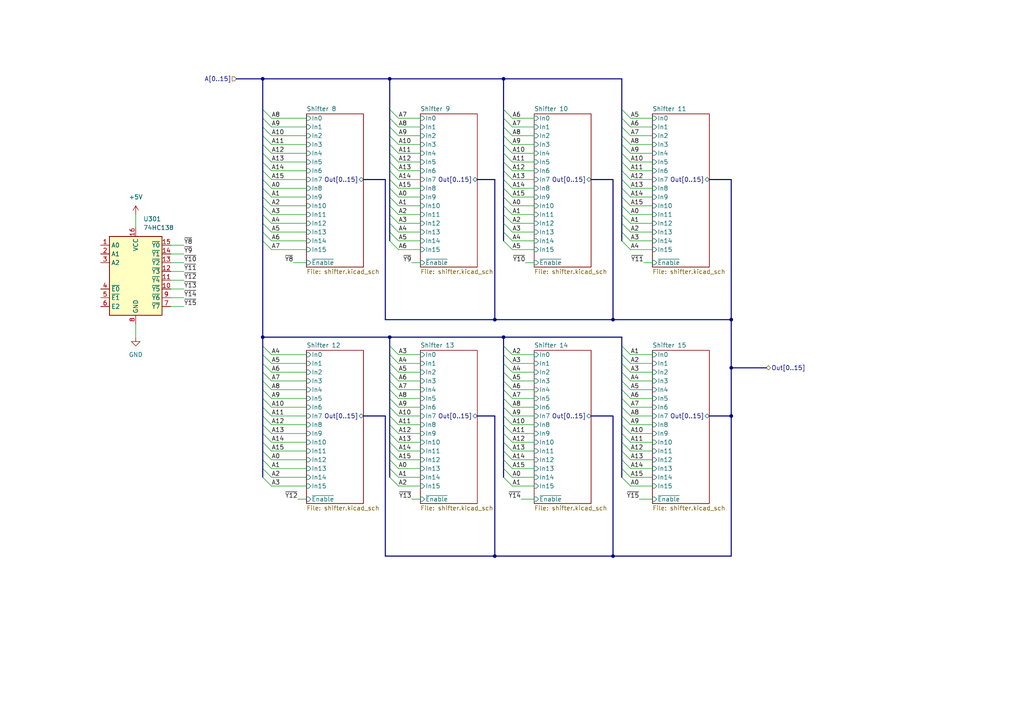
<source format=kicad_sch>
(kicad_sch (version 20231120) (generator "eeschema") (generator_version "8.0")
  (paper "A4")
  (lib_symbols
    (symbol "74xx:74HC138"
      (property "Reference" "U" (at -7.62 13.97 0))
      (property "Value" "74HC138" (at 2.54 -11.43 0))
      (symbol "74HC138_0_1"
        (rectangle (start -7.62 12.7) (end 7.62 -10.16) (stroke (width 0.254)) (fill (type background)))
      )
      (symbol "74HC138_1_1"
        (pin input line (at -10.16 10.16 0) (length 2.54) (name "A0") (number "1"))
        (pin output line (at 10.16 -2.54 180) (length 2.54) (name "~{Y5}") (number "10"))
        (pin output line (at 10.16 0 180) (length 2.54) (name "~{Y4}") (number "11"))
        (pin output line (at 10.16 2.54 180) (length 2.54) (name "~{Y3}") (number "12"))
        (pin output line (at 10.16 5.08 180) (length 2.54) (name "~{Y2}") (number "13"))
        (pin output line (at 10.16 7.62 180) (length 2.54) (name "~{Y1}") (number "14"))
        (pin output line (at 10.16 10.16 180) (length 2.54) (name "~{Y0}") (number "15"))
        (pin power_in line (at 0 15.24 270) (length 2.54) (name "VCC") (number "16"))
        (pin input line (at -10.16 7.62 0) (length 2.54) (name "A1") (number "2"))
        (pin input line (at -10.16 5.08 0) (length 2.54) (name "A2") (number "3"))
        (pin input line (at -10.16 -2.54 0) (length 2.54) (name "~{E0}") (number "4"))
        (pin input line (at -10.16 -5.08 0) (length 2.54) (name "~{E1}") (number "5"))
        (pin input line (at -10.16 -7.62 0) (length 2.54) (name "E2") (number "6"))
        (pin output line (at 10.16 -7.62 180) (length 2.54) (name "~{Y7}") (number "7"))
        (pin power_in line (at 0 -12.7 90) (length 2.54) (name "GND") (number "8"))
        (pin output line (at 10.16 -5.08 180) (length 2.54) (name "~{Y6}") (number "9"))
      )
    )
    (symbol "power:+5V" (power) (pin_numbers hide) (pin_names (offset 0) hide)
      (property "Value" "+5V" (at 0 3.556 0))
      (symbol "+5V_0_1"
        (polyline (pts (xy -0.762 1.27) (xy 0 2.54)))
        (polyline (pts (xy 0 0) (xy 0 2.54)))
        (polyline (pts (xy 0 2.54) (xy 0.762 1.27)))
      )
      (symbol "+5V_1_1"
        (pin power_in line (at 0 0 90) (length 0) (name "~") (number "1"))
      )
    )
    (symbol "power:GND" (power) (pin_numbers hide) (pin_names (offset 0) hide)
      (property "Value" "GND" (at 0 -3.81 0))
      (symbol "GND_0_1"
        (polyline (pts (xy 0 0) (xy 0 -1.27) (xy 1.27 -1.27) (xy 0 -2.54) (xy -1.27 -1.27) (xy 0 -1.27)))
      )
      (symbol "GND_1_1"
        (pin power_in line (at 0 0 270) (length 0) (name "~") (number "1"))
      )
    )
  )
  (junction (at 113.03 22.86))
  (junction (at 177.8 161.29))
  (junction (at 212.09 106.68))
  (junction (at 146.05 22.86))
  (junction (at 177.8 92.71))
  (junction (at 212.09 92.71))
  (junction (at 212.09 120.65))
  (junction (at 146.05 97.79))
  (junction (at 76.2 22.86))
  (junction (at 143.51 161.29))
  (junction (at 143.51 92.71))
  (junction (at 113.03 97.79))
  (junction (at 76.2 97.79))
  (bus_entry (at 146.05 138.43) (size 2.54 2.54))
  (bus_entry (at 180.34 138.43) (size 2.54 2.54))
  (bus_entry (at 180.34 41.91) (size 2.54 2.54))
  (bus_entry (at 113.03 128.27) (size 2.54 2.54))
  (bus_entry (at 146.05 102.87) (size 2.54 2.54))
  (bus_entry (at 113.03 34.29) (size 2.54 2.54))
  (bus_entry (at 146.05 107.95) (size 2.54 2.54))
  (bus_entry (at 180.34 123.19) (size 2.54 2.54))
  (bus_entry (at 113.03 54.61) (size 2.54 2.54))
  (bus_entry (at 76.2 105.41) (size 2.54 2.54))
  (bus_entry (at 146.05 115.57) (size 2.54 2.54))
  (bus_entry (at 180.34 113.03) (size 2.54 2.54))
  (bus_entry (at 113.03 135.89) (size 2.54 2.54))
  (bus_entry (at 180.34 115.57) (size 2.54 2.54))
  (bus_entry (at 76.2 44.45) (size 2.54 2.54))
  (bus_entry (at 146.05 36.83) (size 2.54 2.54))
  (bus_entry (at 113.03 138.43) (size 2.54 2.54))
  (bus_entry (at 180.34 100.33) (size 2.54 2.54))
  (bus_entry (at 113.03 113.03) (size 2.54 2.54))
  (bus_entry (at 76.2 49.53) (size 2.54 2.54))
  (bus_entry (at 76.2 31.75) (size 2.54 2.54))
  (bus_entry (at 76.2 52.07) (size 2.54 2.54))
  (bus_entry (at 180.34 57.15) (size 2.54 2.54))
  (bus_entry (at 180.34 52.07) (size 2.54 2.54))
  (bus_entry (at 180.34 107.95) (size 2.54 2.54))
  (bus_entry (at 180.34 105.41) (size 2.54 2.54))
  (bus_entry (at 76.2 62.23) (size 2.54 2.54))
  (bus_entry (at 76.2 100.33) (size 2.54 2.54))
  (bus_entry (at 113.03 36.83) (size 2.54 2.54))
  (bus_entry (at 146.05 123.19) (size 2.54 2.54))
  (bus_entry (at 146.05 113.03) (size 2.54 2.54))
  (bus_entry (at 113.03 133.35) (size 2.54 2.54))
  (bus_entry (at 180.34 130.81) (size 2.54 2.54))
  (bus_entry (at 113.03 62.23) (size 2.54 2.54))
  (bus_entry (at 76.2 123.19) (size 2.54 2.54))
  (bus_entry (at 180.34 39.37) (size 2.54 2.54))
  (bus_entry (at 76.2 46.99) (size 2.54 2.54))
  (bus_entry (at 113.03 67.31) (size 2.54 2.54))
  (bus_entry (at 113.03 123.19) (size 2.54 2.54))
  (bus_entry (at 76.2 118.11) (size 2.54 2.54))
  (bus_entry (at 76.2 107.95) (size 2.54 2.54))
  (bus_entry (at 113.03 44.45) (size 2.54 2.54))
  (bus_entry (at 146.05 128.27) (size 2.54 2.54))
  (bus_entry (at 180.34 49.53) (size 2.54 2.54))
  (bus_entry (at 76.2 69.85) (size 2.54 2.54))
  (bus_entry (at 180.34 36.83) (size 2.54 2.54))
  (bus_entry (at 76.2 133.35) (size 2.54 2.54))
  (bus_entry (at 113.03 120.65) (size 2.54 2.54))
  (bus_entry (at 113.03 130.81) (size 2.54 2.54))
  (bus_entry (at 146.05 105.41) (size 2.54 2.54))
  (bus_entry (at 76.2 115.57) (size 2.54 2.54))
  (bus_entry (at 113.03 69.85) (size 2.54 2.54))
  (bus_entry (at 76.2 57.15) (size 2.54 2.54))
  (bus_entry (at 146.05 125.73) (size 2.54 2.54))
  (bus_entry (at 76.2 128.27) (size 2.54 2.54))
  (bus_entry (at 76.2 120.65) (size 2.54 2.54))
  (bus_entry (at 180.34 102.87) (size 2.54 2.54))
  (bus_entry (at 76.2 125.73) (size 2.54 2.54))
  (bus_entry (at 146.05 57.15) (size 2.54 2.54))
  (bus_entry (at 76.2 138.43) (size 2.54 2.54))
  (bus_entry (at 180.34 133.35) (size 2.54 2.54))
  (bus_entry (at 113.03 115.57) (size 2.54 2.54))
  (bus_entry (at 76.2 34.29) (size 2.54 2.54))
  (bus_entry (at 113.03 64.77) (size 2.54 2.54))
  (bus_entry (at 146.05 100.33) (size 2.54 2.54))
  (bus_entry (at 76.2 54.61) (size 2.54 2.54))
  (bus_entry (at 180.34 34.29) (size 2.54 2.54))
  (bus_entry (at 146.05 120.65) (size 2.54 2.54))
  (bus_entry (at 180.34 120.65) (size 2.54 2.54))
  (bus_entry (at 113.03 59.69) (size 2.54 2.54))
  (bus_entry (at 146.05 46.99) (size 2.54 2.54))
  (bus_entry (at 146.05 130.81) (size 2.54 2.54))
  (bus_entry (at 146.05 67.31) (size 2.54 2.54))
  (bus_entry (at 76.2 110.49) (size 2.54 2.54))
  (bus_entry (at 180.34 67.31) (size 2.54 2.54))
  (bus_entry (at 113.03 39.37) (size 2.54 2.54))
  (bus_entry (at 146.05 44.45) (size 2.54 2.54))
  (bus_entry (at 180.34 125.73) (size 2.54 2.54))
  (bus_entry (at 76.2 59.69) (size 2.54 2.54))
  (bus_entry (at 146.05 49.53) (size 2.54 2.54))
  (bus_entry (at 76.2 135.89) (size 2.54 2.54))
  (bus_entry (at 146.05 135.89) (size 2.54 2.54))
  (bus_entry (at 113.03 31.75) (size 2.54 2.54))
  (bus_entry (at 113.03 52.07) (size 2.54 2.54))
  (bus_entry (at 180.34 59.69) (size 2.54 2.54))
  (bus_entry (at 113.03 107.95) (size 2.54 2.54))
  (bus_entry (at 180.34 64.77) (size 2.54 2.54))
  (bus_entry (at 113.03 110.49) (size 2.54 2.54))
  (bus_entry (at 180.34 110.49) (size 2.54 2.54))
  (bus_entry (at 180.34 62.23) (size 2.54 2.54))
  (bus_entry (at 113.03 102.87) (size 2.54 2.54))
  (bus_entry (at 146.05 62.23) (size 2.54 2.54))
  (bus_entry (at 180.34 69.85) (size 2.54 2.54))
  (bus_entry (at 146.05 52.07) (size 2.54 2.54))
  (bus_entry (at 180.34 135.89) (size 2.54 2.54))
  (bus_entry (at 180.34 54.61) (size 2.54 2.54))
  (bus_entry (at 113.03 100.33) (size 2.54 2.54))
  (bus_entry (at 76.2 102.87) (size 2.54 2.54))
  (bus_entry (at 180.34 118.11) (size 2.54 2.54))
  (bus_entry (at 146.05 64.77) (size 2.54 2.54))
  (bus_entry (at 76.2 41.91) (size 2.54 2.54))
  (bus_entry (at 76.2 64.77) (size 2.54 2.54))
  (bus_entry (at 113.03 41.91) (size 2.54 2.54))
  (bus_entry (at 76.2 36.83) (size 2.54 2.54))
  (bus_entry (at 146.05 31.75) (size 2.54 2.54))
  (bus_entry (at 76.2 39.37) (size 2.54 2.54))
  (bus_entry (at 180.34 31.75) (size 2.54 2.54))
  (bus_entry (at 146.05 39.37) (size 2.54 2.54))
  (bus_entry (at 76.2 113.03) (size 2.54 2.54))
  (bus_entry (at 76.2 130.81) (size 2.54 2.54))
  (bus_entry (at 146.05 110.49) (size 2.54 2.54))
  (bus_entry (at 113.03 105.41) (size 2.54 2.54))
  (bus_entry (at 76.2 67.31) (size 2.54 2.54))
  (bus_entry (at 146.05 133.35) (size 2.54 2.54))
  (bus_entry (at 113.03 49.53) (size 2.54 2.54))
  (bus_entry (at 146.05 41.91) (size 2.54 2.54))
  (bus_entry (at 113.03 118.11) (size 2.54 2.54))
  (bus_entry (at 146.05 59.69) (size 2.54 2.54))
  (bus_entry (at 146.05 118.11) (size 2.54 2.54))
  (bus_entry (at 180.34 44.45) (size 2.54 2.54))
  (bus_entry (at 113.03 46.99) (size 2.54 2.54))
  (bus_entry (at 180.34 46.99) (size 2.54 2.54))
  (bus_entry (at 146.05 34.29) (size 2.54 2.54))
  (bus_entry (at 113.03 125.73) (size 2.54 2.54))
  (bus_entry (at 113.03 57.15) (size 2.54 2.54))
  (bus_entry (at 180.34 128.27) (size 2.54 2.54))
  (bus_entry (at 146.05 69.85) (size 2.54 2.54))
  (bus_entry (at 146.05 54.61) (size 2.54 2.54))
  (bus (pts (xy 76.2 100.33) (xy 76.2 102.87)))
  (wire (pts (xy 148.59 140.97) (xy 154.94 140.97)))
  (wire (pts (xy 78.74 69.85) (xy 88.9 69.85)))
  (bus (pts (xy 111.76 161.29) (xy 143.51 161.29)))
  (wire (pts (xy 78.74 128.27) (xy 88.9 128.27)))
  (wire (pts (xy 115.57 54.61) (xy 121.92 54.61)))
  (wire (pts (xy 182.88 123.19) (xy 189.23 123.19)))
  (bus (pts (xy 76.2 102.87) (xy 76.2 105.41)))
  (bus (pts (xy 113.03 120.65) (xy 113.03 123.19)))
  (wire (pts (xy 78.74 123.19) (xy 88.9 123.19)))
  (wire (pts (xy 182.88 128.27) (xy 189.23 128.27)))
  (bus (pts (xy 146.05 128.27) (xy 146.05 130.81)))
  (bus (pts (xy 113.03 49.53) (xy 113.03 52.07)))
  (bus (pts (xy 146.05 44.45) (xy 146.05 46.99)))
  (bus (pts (xy 146.05 46.99) (xy 146.05 49.53)))
  (wire (pts (xy 49.53 71.12) (xy 53.34 71.12)))
  (wire (pts (xy 78.74 67.31) (xy 88.9 67.31)))
  (bus (pts (xy 76.2 135.89) (xy 76.2 138.43)))
  (bus (pts (xy 76.2 130.81) (xy 76.2 133.35)))
  (bus (pts (xy 111.76 120.65) (xy 111.76 161.29)))
  (bus (pts (xy 180.34 57.15) (xy 180.34 59.69)))
  (bus (pts (xy 76.2 49.53) (xy 76.2 52.07)))
  (wire (pts (xy 148.59 44.45) (xy 154.94 44.45)))
  (wire (pts (xy 182.88 72.39) (xy 189.23 72.39)))
  (bus (pts (xy 113.03 31.75) (xy 113.03 34.29)))
  (bus (pts (xy 113.03 36.83) (xy 113.03 39.37)))
  (wire (pts (xy 182.88 52.07) (xy 189.23 52.07)))
  (bus (pts (xy 180.34 115.57) (xy 180.34 118.11)))
  (bus (pts (xy 180.34 102.87) (xy 180.34 105.41)))
  (wire (pts (xy 115.57 41.91) (xy 121.92 41.91)))
  (bus (pts (xy 76.2 46.99) (xy 76.2 49.53)))
  (bus (pts (xy 212.09 106.68) (xy 212.09 120.65)))
  (wire (pts (xy 78.74 57.15) (xy 88.9 57.15)))
  (bus (pts (xy 146.05 102.87) (xy 146.05 105.41)))
  (wire (pts (xy 182.88 54.61) (xy 189.23 54.61)))
  (bus (pts (xy 113.03 67.31) (xy 113.03 69.85)))
  (bus (pts (xy 180.34 62.23) (xy 180.34 64.77)))
  (wire (pts (xy 115.57 110.49) (xy 121.92 110.49)))
  (bus (pts (xy 146.05 36.83) (xy 146.05 39.37)))
  (wire (pts (xy 148.59 128.27) (xy 154.94 128.27)))
  (bus (pts (xy 76.2 133.35) (xy 76.2 135.89)))
  (wire (pts (xy 49.53 81.28) (xy 53.34 81.28)))
  (bus (pts (xy 76.2 125.73) (xy 76.2 128.27)))
  (bus (pts (xy 113.03 54.61) (xy 113.03 57.15)))
  (wire (pts (xy 115.57 39.37) (xy 121.92 39.37)))
  (wire (pts (xy 115.57 118.11) (xy 121.92 118.11)))
  (bus (pts (xy 113.03 115.57) (xy 113.03 118.11)))
  (wire (pts (xy 148.59 113.03) (xy 154.94 113.03)))
  (bus (pts (xy 76.2 97.79) (xy 76.2 100.33)))
  (wire (pts (xy 78.74 39.37) (xy 88.9 39.37)))
  (wire (pts (xy 182.88 59.69) (xy 189.23 59.69)))
  (bus (pts (xy 111.76 52.07) (xy 111.76 92.71)))
  (bus (pts (xy 212.09 92.71) (xy 212.09 106.68)))
  (wire (pts (xy 78.74 49.53) (xy 88.9 49.53)))
  (bus (pts (xy 113.03 125.73) (xy 113.03 128.27)))
  (bus (pts (xy 212.09 161.29) (xy 212.09 120.65)))
  (wire (pts (xy 78.74 72.39) (xy 88.9 72.39)))
  (bus (pts (xy 146.05 22.86) (xy 180.34 22.86)))
  (bus (pts (xy 113.03 105.41) (xy 113.03 107.95)))
  (wire (pts (xy 182.88 44.45) (xy 189.23 44.45)))
  (wire (pts (xy 182.88 57.15) (xy 189.23 57.15)))
  (bus (pts (xy 76.2 36.83) (xy 76.2 39.37)))
  (bus (pts (xy 146.05 34.29) (xy 146.05 36.83)))
  (wire (pts (xy 86.36 144.78) (xy 88.9 144.78)))
  (wire (pts (xy 148.59 102.87) (xy 154.94 102.87)))
  (wire (pts (xy 148.59 57.15) (xy 154.94 57.15)))
  (bus (pts (xy 113.03 118.11) (xy 113.03 120.65)))
  (wire (pts (xy 49.53 83.82) (xy 53.34 83.82)))
  (wire (pts (xy 115.57 113.03) (xy 121.92 113.03)))
  (wire (pts (xy 115.57 36.83) (xy 121.92 36.83)))
  (bus (pts (xy 180.34 54.61) (xy 180.34 57.15)))
  (bus (pts (xy 76.2 39.37) (xy 76.2 41.91)))
  (bus (pts (xy 76.2 64.77) (xy 76.2 67.31)))
  (wire (pts (xy 182.88 118.11) (xy 189.23 118.11)))
  (wire (pts (xy 182.88 46.99) (xy 189.23 46.99)))
  (bus (pts (xy 180.34 67.31) (xy 180.34 69.85)))
  (wire (pts (xy 182.88 115.57) (xy 189.23 115.57)))
  (wire (pts (xy 49.53 86.36) (xy 53.34 86.36)))
  (bus (pts (xy 113.03 39.37) (xy 113.03 41.91)))
  (wire (pts (xy 182.88 36.83) (xy 189.23 36.83)))
  (bus (pts (xy 113.03 133.35) (xy 113.03 135.89)))
  (wire (pts (xy 115.57 125.73) (xy 121.92 125.73)))
  (wire (pts (xy 148.59 69.85) (xy 154.94 69.85)))
  (bus (pts (xy 146.05 59.69) (xy 146.05 62.23)))
  (bus (pts (xy 146.05 123.19) (xy 146.05 125.73)))
  (bus (pts (xy 76.2 62.23) (xy 76.2 64.77)))
  (bus (pts (xy 76.2 128.27) (xy 76.2 130.81)))
  (wire (pts (xy 115.57 34.29) (xy 121.92 34.29)))
  (wire (pts (xy 182.88 138.43) (xy 189.23 138.43)))
  (bus (pts (xy 76.2 31.75) (xy 76.2 34.29)))
  (wire (pts (xy 148.59 123.19) (xy 154.94 123.19)))
  (bus (pts (xy 180.34 110.49) (xy 180.34 113.03)))
  (bus (pts (xy 180.34 133.35) (xy 180.34 135.89)))
  (wire (pts (xy 148.59 59.69) (xy 154.94 59.69)))
  (bus (pts (xy 180.34 100.33) (xy 180.34 102.87)))
  (bus (pts (xy 113.03 44.45) (xy 113.03 46.99)))
  (bus (pts (xy 113.03 135.89) (xy 113.03 138.43)))
  (wire (pts (xy 115.57 105.41) (xy 121.92 105.41)))
  (wire (pts (xy 115.57 107.95) (xy 121.92 107.95)))
  (wire (pts (xy 115.57 44.45) (xy 121.92 44.45)))
  (bus (pts (xy 180.34 107.95) (xy 180.34 110.49)))
  (wire (pts (xy 148.59 64.77) (xy 154.94 64.77)))
  (wire (pts (xy 115.57 46.99) (xy 121.92 46.99)))
  (wire (pts (xy 148.59 49.53) (xy 154.94 49.53)))
  (bus (pts (xy 180.34 41.91) (xy 180.34 44.45)))
  (bus (pts (xy 113.03 62.23) (xy 113.03 64.77)))
  (bus (pts (xy 113.03 22.86) (xy 146.05 22.86)))
  (wire (pts (xy 78.74 34.29) (xy 88.9 34.29)))
  (bus (pts (xy 76.2 118.11) (xy 76.2 120.65)))
  (bus (pts (xy 76.2 123.19) (xy 76.2 125.73)))
  (bus (pts (xy 146.05 113.03) (xy 146.05 115.57)))
  (wire (pts (xy 49.53 88.9) (xy 53.34 88.9)))
  (wire (pts (xy 115.57 120.65) (xy 121.92 120.65)))
  (wire (pts (xy 78.74 36.83) (xy 88.9 36.83)))
  (bus (pts (xy 143.51 161.29) (xy 177.8 161.29)))
  (bus (pts (xy 113.03 64.77) (xy 113.03 67.31)))
  (wire (pts (xy 78.74 46.99) (xy 88.9 46.99)))
  (bus (pts (xy 68.58 22.86) (xy 76.2 22.86)))
  (wire (pts (xy 185.42 144.78) (xy 189.23 144.78)))
  (wire (pts (xy 182.88 69.85) (xy 189.23 69.85)))
  (wire (pts (xy 49.53 73.66) (xy 53.34 73.66)))
  (wire (pts (xy 78.74 105.41) (xy 88.9 105.41)))
  (wire (pts (xy 115.57 130.81) (xy 121.92 130.81)))
  (wire (pts (xy 78.74 59.69) (xy 88.9 59.69)))
  (bus (pts (xy 76.2 69.85) (xy 76.2 97.79)))
  (bus (pts (xy 177.8 120.65) (xy 177.8 161.29)))
  (bus (pts (xy 146.05 22.86) (xy 146.05 31.75)))
  (wire (pts (xy 115.57 123.19) (xy 121.92 123.19)))
  (bus (pts (xy 146.05 62.23) (xy 146.05 64.77)))
  (wire (pts (xy 148.59 52.07) (xy 154.94 52.07)))
  (bus (pts (xy 76.2 67.31) (xy 76.2 69.85)))
  (bus (pts (xy 146.05 54.61) (xy 146.05 57.15)))
  (wire (pts (xy 152.4 76.2) (xy 154.94 76.2)))
  (wire (pts (xy 148.59 34.29) (xy 154.94 34.29)))
  (bus (pts (xy 113.03 130.81) (xy 113.03 133.35)))
  (bus (pts (xy 180.34 49.53) (xy 180.34 52.07)))
  (wire (pts (xy 115.57 67.31) (xy 121.92 67.31)))
  (bus (pts (xy 111.76 92.71) (xy 143.51 92.71)))
  (bus (pts (xy 180.34 125.73) (xy 180.34 128.27)))
  (bus (pts (xy 180.34 22.86) (xy 180.34 31.75)))
  (bus (pts (xy 146.05 97.79) (xy 146.05 100.33)))
  (wire (pts (xy 115.57 140.97) (xy 121.92 140.97)))
  (wire (pts (xy 115.57 138.43) (xy 121.92 138.43)))
  (wire (pts (xy 148.59 133.35) (xy 154.94 133.35)))
  (wire (pts (xy 148.59 120.65) (xy 154.94 120.65)))
  (bus (pts (xy 113.03 41.91) (xy 113.03 44.45)))
  (bus (pts (xy 180.34 46.99) (xy 180.34 49.53)))
  (wire (pts (xy 148.59 115.57) (xy 154.94 115.57)))
  (wire (pts (xy 78.74 64.77) (xy 88.9 64.77)))
  (wire (pts (xy 119.38 76.2) (xy 121.92 76.2)))
  (bus (pts (xy 146.05 39.37) (xy 146.05 41.91)))
  (bus (pts (xy 146.05 97.79) (xy 180.34 97.79)))
  (bus (pts (xy 212.09 106.68) (xy 222.25 106.68)))
  (wire (pts (xy 78.74 44.45) (xy 88.9 44.45)))
  (bus (pts (xy 76.2 52.07) (xy 76.2 54.61)))
  (wire (pts (xy 182.88 135.89) (xy 189.23 135.89)))
  (bus (pts (xy 143.51 92.71) (xy 177.8 92.71)))
  (bus (pts (xy 180.34 105.41) (xy 180.34 107.95)))
  (wire (pts (xy 148.59 72.39) (xy 154.94 72.39)))
  (bus (pts (xy 146.05 110.49) (xy 146.05 113.03)))
  (bus (pts (xy 76.2 107.95) (xy 76.2 110.49)))
  (wire (pts (xy 148.59 130.81) (xy 154.94 130.81)))
  (bus (pts (xy 76.2 22.86) (xy 76.2 31.75)))
  (wire (pts (xy 182.88 34.29) (xy 189.23 34.29)))
  (bus (pts (xy 180.34 44.45) (xy 180.34 46.99)))
  (wire (pts (xy 78.74 130.81) (xy 88.9 130.81)))
  (wire (pts (xy 78.74 41.91) (xy 88.9 41.91)))
  (bus (pts (xy 113.03 97.79) (xy 113.03 100.33)))
  (wire (pts (xy 115.57 133.35) (xy 121.92 133.35)))
  (bus (pts (xy 76.2 41.91) (xy 76.2 44.45)))
  (bus (pts (xy 76.2 120.65) (xy 76.2 123.19)))
  (bus (pts (xy 146.05 67.31) (xy 146.05 69.85)))
  (wire (pts (xy 115.57 72.39) (xy 121.92 72.39)))
  (bus (pts (xy 146.05 105.41) (xy 146.05 107.95)))
  (wire (pts (xy 148.59 67.31) (xy 154.94 67.31)))
  (wire (pts (xy 78.74 133.35) (xy 88.9 133.35)))
  (wire (pts (xy 39.37 93.98) (xy 39.37 97.79)))
  (wire (pts (xy 148.59 62.23) (xy 154.94 62.23)))
  (wire (pts (xy 148.59 138.43) (xy 154.94 138.43)))
  (wire (pts (xy 182.88 62.23) (xy 189.23 62.23)))
  (wire (pts (xy 78.74 62.23) (xy 88.9 62.23)))
  (bus (pts (xy 177.8 161.29) (xy 212.09 161.29)))
  (bus (pts (xy 76.2 110.49) (xy 76.2 113.03)))
  (wire (pts (xy 182.88 64.77) (xy 189.23 64.77)))
  (bus (pts (xy 180.34 120.65) (xy 180.34 123.19)))
  (bus (pts (xy 76.2 44.45) (xy 76.2 46.99)))
  (wire (pts (xy 78.74 102.87) (xy 88.9 102.87)))
  (wire (pts (xy 182.88 39.37) (xy 189.23 39.37)))
  (wire (pts (xy 182.88 110.49) (xy 189.23 110.49)))
  (bus (pts (xy 113.03 52.07) (xy 113.03 54.61)))
  (bus (pts (xy 113.03 128.27) (xy 113.03 130.81)))
  (bus (pts (xy 146.05 115.57) (xy 146.05 118.11)))
  (wire (pts (xy 78.74 115.57) (xy 88.9 115.57)))
  (bus (pts (xy 113.03 97.79) (xy 146.05 97.79)))
  (bus (pts (xy 113.03 110.49) (xy 113.03 113.03)))
  (bus (pts (xy 105.41 120.65) (xy 111.76 120.65)))
  (bus (pts (xy 146.05 133.35) (xy 146.05 135.89)))
  (bus (pts (xy 113.03 46.99) (xy 113.03 49.53)))
  (wire (pts (xy 115.57 102.87) (xy 121.92 102.87)))
  (bus (pts (xy 180.34 97.79) (xy 180.34 100.33)))
  (wire (pts (xy 148.59 39.37) (xy 154.94 39.37)))
  (wire (pts (xy 148.59 135.89) (xy 154.94 135.89)))
  (bus (pts (xy 180.34 31.75) (xy 180.34 34.29)))
  (bus (pts (xy 113.03 34.29) (xy 113.03 36.83)))
  (bus (pts (xy 171.45 52.07) (xy 177.8 52.07)))
  (bus (pts (xy 180.34 123.19) (xy 180.34 125.73)))
  (bus (pts (xy 113.03 22.86) (xy 113.03 31.75)))
  (bus (pts (xy 113.03 107.95) (xy 113.03 110.49)))
  (wire (pts (xy 39.37 62.23) (xy 39.37 66.04)))
  (bus (pts (xy 76.2 115.57) (xy 76.2 118.11)))
  (wire (pts (xy 78.74 125.73) (xy 88.9 125.73)))
  (wire (pts (xy 182.88 130.81) (xy 189.23 130.81)))
  (bus (pts (xy 113.03 59.69) (xy 113.03 62.23)))
  (bus (pts (xy 180.34 36.83) (xy 180.34 39.37)))
  (wire (pts (xy 78.74 107.95) (xy 88.9 107.95)))
  (wire (pts (xy 182.88 140.97) (xy 189.23 140.97)))
  (wire (pts (xy 182.88 105.41) (xy 189.23 105.41)))
  (wire (pts (xy 78.74 54.61) (xy 88.9 54.61)))
  (bus (pts (xy 180.34 64.77) (xy 180.34 67.31)))
  (bus (pts (xy 180.34 135.89) (xy 180.34 138.43)))
  (wire (pts (xy 182.88 41.91) (xy 189.23 41.91)))
  (bus (pts (xy 76.2 54.61) (xy 76.2 57.15)))
  (bus (pts (xy 138.43 120.65) (xy 143.51 120.65)))
  (bus (pts (xy 146.05 57.15) (xy 146.05 59.69)))
  (wire (pts (xy 148.59 46.99) (xy 154.94 46.99)))
  (bus (pts (xy 113.03 113.03) (xy 113.03 115.57)))
  (wire (pts (xy 148.59 41.91) (xy 154.94 41.91)))
  (wire (pts (xy 119.38 144.78) (xy 121.92 144.78)))
  (wire (pts (xy 182.88 49.53) (xy 189.23 49.53)))
  (wire (pts (xy 148.59 125.73) (xy 154.94 125.73)))
  (bus (pts (xy 146.05 135.89) (xy 146.05 138.43)))
  (wire (pts (xy 182.88 120.65) (xy 189.23 120.65)))
  (bus (pts (xy 146.05 49.53) (xy 146.05 52.07)))
  (bus (pts (xy 177.8 52.07) (xy 177.8 92.71)))
  (wire (pts (xy 148.59 54.61) (xy 154.94 54.61)))
  (wire (pts (xy 78.74 138.43) (xy 88.9 138.43)))
  (bus (pts (xy 76.2 22.86) (xy 113.03 22.86)))
  (bus (pts (xy 146.05 100.33) (xy 146.05 102.87)))
  (bus (pts (xy 143.51 120.65) (xy 143.51 161.29)))
  (wire (pts (xy 115.57 52.07) (xy 121.92 52.07)))
  (bus (pts (xy 76.2 97.79) (xy 113.03 97.79)))
  (bus (pts (xy 180.34 52.07) (xy 180.34 54.61)))
  (wire (pts (xy 78.74 120.65) (xy 88.9 120.65)))
  (wire (pts (xy 78.74 110.49) (xy 88.9 110.49)))
  (bus (pts (xy 180.34 118.11) (xy 180.34 120.65)))
  (bus (pts (xy 113.03 123.19) (xy 113.03 125.73)))
  (bus (pts (xy 76.2 105.41) (xy 76.2 107.95)))
  (wire (pts (xy 186.69 76.2) (xy 189.23 76.2)))
  (wire (pts (xy 115.57 59.69) (xy 121.92 59.69)))
  (bus (pts (xy 113.03 102.87) (xy 113.03 105.41)))
  (wire (pts (xy 78.74 118.11) (xy 88.9 118.11)))
  (bus (pts (xy 180.34 34.29) (xy 180.34 36.83)))
  (wire (pts (xy 115.57 49.53) (xy 121.92 49.53)))
  (wire (pts (xy 182.88 107.95) (xy 189.23 107.95)))
  (wire (pts (xy 148.59 36.83) (xy 154.94 36.83)))
  (bus (pts (xy 113.03 100.33) (xy 113.03 102.87)))
  (bus (pts (xy 76.2 34.29) (xy 76.2 36.83)))
  (bus (pts (xy 180.34 39.37) (xy 180.34 41.91)))
  (wire (pts (xy 182.88 125.73) (xy 189.23 125.73)))
  (bus (pts (xy 143.51 52.07) (xy 143.51 92.71)))
  (bus (pts (xy 146.05 125.73) (xy 146.05 128.27)))
  (wire (pts (xy 78.74 140.97) (xy 88.9 140.97)))
  (bus (pts (xy 113.03 57.15) (xy 113.03 59.69)))
  (wire (pts (xy 78.74 135.89) (xy 88.9 135.89)))
  (wire (pts (xy 115.57 135.89) (xy 121.92 135.89)))
  (wire (pts (xy 49.53 76.2) (xy 53.34 76.2)))
  (wire (pts (xy 182.88 113.03) (xy 189.23 113.03)))
  (wire (pts (xy 115.57 62.23) (xy 121.92 62.23)))
  (bus (pts (xy 146.05 41.91) (xy 146.05 44.45)))
  (bus (pts (xy 180.34 113.03) (xy 180.34 115.57)))
  (bus (pts (xy 212.09 92.71) (xy 212.09 52.07)))
  (wire (pts (xy 151.13 144.78) (xy 154.94 144.78)))
  (bus (pts (xy 171.45 120.65) (xy 177.8 120.65)))
  (bus (pts (xy 146.05 118.11) (xy 146.05 120.65)))
  (bus (pts (xy 146.05 64.77) (xy 146.05 67.31)))
  (wire (pts (xy 148.59 105.41) (xy 154.94 105.41)))
  (wire (pts (xy 148.59 118.11) (xy 154.94 118.11)))
  (bus (pts (xy 138.43 52.07) (xy 143.51 52.07)))
  (wire (pts (xy 115.57 115.57) (xy 121.92 115.57)))
  (wire (pts (xy 78.74 52.07) (xy 88.9 52.07)))
  (bus (pts (xy 76.2 57.15) (xy 76.2 59.69)))
  (wire (pts (xy 182.88 102.87) (xy 189.23 102.87)))
  (bus (pts (xy 146.05 107.95) (xy 146.05 110.49)))
  (bus (pts (xy 177.8 92.71) (xy 212.09 92.71)))
  (bus (pts (xy 180.34 128.27) (xy 180.34 130.81)))
  (wire (pts (xy 182.88 133.35) (xy 189.23 133.35)))
  (bus (pts (xy 146.05 52.07) (xy 146.05 54.61)))
  (bus (pts (xy 180.34 59.69) (xy 180.34 62.23)))
  (bus (pts (xy 76.2 113.03) (xy 76.2 115.57)))
  (wire (pts (xy 115.57 128.27) (xy 121.92 128.27)))
  (bus (pts (xy 146.05 120.65) (xy 146.05 123.19)))
  (wire (pts (xy 148.59 110.49) (xy 154.94 110.49)))
  (wire (pts (xy 148.59 107.95) (xy 154.94 107.95)))
  (wire (pts (xy 115.57 57.15) (xy 121.92 57.15)))
  (bus (pts (xy 146.05 31.75) (xy 146.05 34.29)))
  (bus (pts (xy 76.2 59.69) (xy 76.2 62.23)))
  (bus (pts (xy 105.41 52.07) (xy 111.76 52.07)))
  (bus (pts (xy 205.74 52.07) (xy 212.09 52.07)))
  (wire (pts (xy 115.57 69.85) (xy 121.92 69.85)))
  (wire (pts (xy 115.57 64.77) (xy 121.92 64.77)))
  (bus (pts (xy 180.34 130.81) (xy 180.34 133.35)))
  (wire (pts (xy 49.53 78.74) (xy 53.34 78.74)))
  (wire (pts (xy 78.74 113.03) (xy 88.9 113.03)))
  (bus (pts (xy 205.74 120.65) (xy 212.09 120.65)))
  (bus (pts (xy 146.05 130.81) (xy 146.05 133.35)))
  (wire (pts (xy 182.88 67.31) (xy 189.23 67.31)))
  (wire (pts (xy 85.09 76.2) (xy 88.9 76.2)))
  (label "A7" (at 148.59 36.83 0))
  (label "A11" (at 115.57 123.19 0))
  (label "A2" (at 148.59 64.77 0))
  (label "A9" (at 148.59 120.65 0))
  (label "~{Y13}" (at 119.38 144.78 180))
  (label "A15" (at 78.74 130.81 0))
  (label "A4" (at 182.88 110.49 0))
  (label "A13" (at 182.88 133.35 0))
  (label "A13" (at 115.57 128.27 0))
  (label "A15" (at 182.88 59.69 0))
  (label "A2" (at 115.57 140.97 0))
  (label "A15" (at 115.57 54.61 0))
  (label "A6" (at 115.57 72.39 0))
  (label "A3" (at 115.57 64.77 0))
  (label "~{Y11}" (at 53.34 78.74 0))
  (label "A4" (at 115.57 67.31 0))
  (label "A14" (at 78.74 49.53 0))
  (label "A0" (at 182.88 62.23 0))
  (label "A1" (at 148.59 62.23 0))
  (label "A12" (at 148.59 128.27 0))
  (label "A9" (at 115.57 118.11 0))
  (label "A6" (at 148.59 34.29 0))
  (label "A15" (at 78.74 52.07 0))
  (label "A10" (at 182.88 125.73 0))
  (label "~{Y13}" (at 53.34 83.82 0))
  (label "A12" (at 78.74 123.19 0))
  (label "A8" (at 78.74 34.29 0))
  (label "A5" (at 78.74 105.41 0))
  (label "A6" (at 78.74 69.85 0))
  (label "A3" (at 148.59 67.31 0))
  (label "A2" (at 148.59 102.87 0))
  (label "A9" (at 148.59 41.91 0))
  (label "~{Y15}" (at 53.34 88.9 0))
  (label "A4" (at 148.59 69.85 0))
  (label "A14" (at 148.59 54.61 0))
  (label "A14" (at 182.88 57.15 0))
  (label "A11" (at 115.57 44.45 0))
  (label "A12" (at 182.88 52.07 0))
  (label "A7" (at 115.57 113.03 0))
  (label "A14" (at 115.57 130.81 0))
  (label "A13" (at 78.74 46.99 0))
  (label "A8" (at 78.74 113.03 0))
  (label "A13" (at 148.59 52.07 0))
  (label "A1" (at 78.74 135.89 0))
  (label "A1" (at 78.74 57.15 0))
  (label "A10" (at 115.57 120.65 0))
  (label "A13" (at 148.59 130.81 0))
  (label "A2" (at 115.57 62.23 0))
  (label "A2" (at 78.74 59.69 0))
  (label "A8" (at 115.57 115.57 0))
  (label "A12" (at 115.57 46.99 0))
  (label "A3" (at 78.74 140.97 0))
  (label "~{Y9}" (at 119.38 76.2 180))
  (label "A15" (at 115.57 133.35 0))
  (label "A10" (at 182.88 46.99 0))
  (label "A15" (at 148.59 57.15 0))
  (label "A8" (at 182.88 41.91 0))
  (label "A0" (at 148.59 138.43 0))
  (label "A1" (at 115.57 138.43 0))
  (label "A4" (at 78.74 102.87 0))
  (label "A12" (at 182.88 130.81 0))
  (label "~{Y8}" (at 85.09 76.2 180))
  (label "~{Y14}" (at 53.34 86.36 0))
  (label "~{Y10}" (at 53.34 76.2 0))
  (label "A2" (at 182.88 67.31 0))
  (label "A11" (at 148.59 125.73 0))
  (label "A9" (at 78.74 115.57 0))
  (label "A2" (at 78.74 138.43 0))
  (label "~{Y10}" (at 152.4 76.2 180))
  (label "A6" (at 78.74 107.95 0))
  (label "A6" (at 148.59 113.03 0))
  (label "A0" (at 78.74 133.35 0))
  (label "A10" (at 115.57 41.91 0))
  (label "~{Y15}" (at 185.42 144.78 180))
  (label "A12" (at 148.59 49.53 0))
  (label "A14" (at 182.88 135.89 0))
  (label "A14" (at 115.57 52.07 0))
  (label "~{Y14}" (at 151.13 144.78 180))
  (label "A7" (at 78.74 72.39 0))
  (label "A4" (at 78.74 64.77 0))
  (label "A11" (at 78.74 120.65 0))
  (label "A8" (at 148.59 39.37 0))
  (label "A3" (at 182.88 107.95 0))
  (label "A13" (at 182.88 54.61 0))
  (label "A0" (at 182.88 140.97 0))
  (label "A3" (at 148.59 105.41 0))
  (label "A7" (at 78.74 110.49 0))
  (label "~{Y12}" (at 86.36 144.78 180))
  (label "A14" (at 148.59 133.35 0))
  (label "A5" (at 182.88 34.29 0))
  (label "A12" (at 78.74 44.45 0))
  (label "A1" (at 115.57 59.69 0))
  (label "A5" (at 78.74 67.31 0))
  (label "A8" (at 182.88 120.65 0))
  (label "A9" (at 78.74 36.83 0))
  (label "A6" (at 182.88 115.57 0))
  (label "A14" (at 78.74 128.27 0))
  (label "A10" (at 148.59 123.19 0))
  (label "A0" (at 115.57 57.15 0))
  (label "A10" (at 78.74 118.11 0))
  (label "A15" (at 148.59 135.89 0))
  (label "A1" (at 182.88 102.87 0))
  (label "A11" (at 182.88 49.53 0))
  (label "A7" (at 115.57 34.29 0))
  (label "A11" (at 78.74 41.91 0))
  (label "A1" (at 182.88 64.77 0))
  (label "A11" (at 148.59 46.99 0))
  (label "A11" (at 182.88 128.27 0))
  (label "A6" (at 115.57 110.49 0))
  (label "~{Y8}" (at 53.34 71.12 0))
  (label "~{Y11}" (at 186.69 76.2 180))
  (label "A6" (at 182.88 36.83 0))
  (label "~{Y12}" (at 53.34 81.28 0))
  (label "A9" (at 182.88 44.45 0))
  (label "A7" (at 182.88 118.11 0))
  (label "A5" (at 115.57 69.85 0))
  (label "A0" (at 148.59 59.69 0))
  (label "A5" (at 148.59 110.49 0))
  (label "A3" (at 182.88 69.85 0))
  (label "A10" (at 148.59 44.45 0))
  (label "A7" (at 148.59 115.57 0))
  (label "A7" (at 182.88 39.37 0))
  (label "A1" (at 148.59 140.97 0))
  (label "A9" (at 182.88 123.19 0))
  (label "A12" (at 115.57 125.73 0))
  (label "A10" (at 78.74 39.37 0))
  (label "A13" (at 78.74 125.73 0))
  (label "A2" (at 182.88 105.41 0))
  (label "A0" (at 78.74 54.61 0))
  (label "A8" (at 148.59 118.11 0))
  (label "A4" (at 182.88 72.39 0))
  (label "A4" (at 148.59 107.95 0))
  (label "A5" (at 148.59 72.39 0))
  (label "A9" (at 115.57 39.37 0))
  (label "A3" (at 115.57 102.87 0))
  (label "A8" (at 115.57 36.83 0))
  (label "~{Y9}" (at 53.34 73.66 0))
  (label "A5" (at 115.57 107.95 0))
  (label "A15" (at 182.88 138.43 0))
  (label "A5" (at 182.88 113.03 0))
  (label "A3" (at 78.74 62.23 0))
  (label "A13" (at 115.57 49.53 0))
  (label "A4" (at 115.57 105.41 0))
  (label "A0" (at 115.57 135.89 0))
  (hierarchical_label "A[0..15]" (shape input) (at 68.58 22.86 180))
  (hierarchical_label "Out[0..15]" (shape tri_state) (at 222.25 106.68 0))
  (symbol (lib_id "power:+5V") (at 39.37 62.23 0) (unit 1)
    (property "Reference" "#PWR0301" (effects (hide yes)))
    (property "Value" "+5V" (at 39.37 57.15 0))
    (property "Description" "Power symbol creates a global label with name \"+5V\"" (effects (hide yes)))
  )
  (symbol (lib_id "power:GND") (at 39.37 97.79 0) (unit 1)
    (property "Reference" "#PWR0302" (effects (hide yes)))
    (property "Value" "GND" (at 39.37 102.87 0))
    (property "Description" "Power symbol creates a global label with name \"GND\" , ground" (effects (hide yes)))
  )
  (symbol (lib_id "74xx:74HC138") (at 39.37 81.28 0) (unit 1)
    (property "Reference" "U301" (at 41.5641 63.5 0) (effects (justify left)))
    (property "Value" "74HC138" (at 41.5641 66.04 0) (effects (justify left)))
    (property "Footprint" "Package_DIP:DIP-16_W7.62mm_Socket" (effects (hide yes)))
    (property "Datasheet" "http://www.ti.com/lit/ds/symlink/cd74hc238.pdf" (effects (hide yes)))
    (property "Description" "3-to-8 line decoder/multiplexer inverting, DIP-16/SOIC-16/SSOP-16" (effects (hide yes)))
  )
  (sheet (at 189.23 33.02) (size 16.51 44.45) (stroke (width 0.1524))
    (property "Sheetname" "Shifter 11" (at 189.23 32.3084 0) (effects (justify left bottom)))
    (property "Sheetfile" "shifter.kicad_sch" (at 189.23 78.0546 0) (effects (justify left top)))
    (pin "In3" input (at 189.23 41.91 180))
    (pin "In2" input (at 189.23 39.37 180))
    (pin "In0" input (at 189.23 34.29 180))
    (pin "In1" input (at 189.23 36.83 180))
    (pin "In4" input (at 189.23 44.45 180))
    (pin "In5" input (at 189.23 46.99 180))
    (pin "In6" input (at 189.23 49.53 180))
    (pin "In7" input (at 189.23 52.07 180))
    (pin "In11" input (at 189.23 62.23 180))
    (pin "In12" input (at 189.23 64.77 180))
    (pin "In14" input (at 189.23 69.85 180))
    (pin "In13" input (at 189.23 67.31 180))
    (pin "In15" input (at 189.23 72.39 180))
    (pin "In10" input (at 189.23 59.69 180))
    (pin "In8" input (at 189.23 54.61 180))
    (pin "In9" input (at 189.23 57.15 180))
    (pin "Out[0..15]" tri_state (at 205.74 52.07 0))
    (pin "~{Enable}" input (at 189.23 76.2 180))
  )
  (sheet (at 121.92 33.02) (size 16.51 44.45) (stroke (width 0.1524))
    (property "Sheetname" "Shifter 9" (at 121.92 32.3084 0) (effects (justify left bottom)))
    (property "Sheetfile" "shifter.kicad_sch" (at 121.92 78.0546 0) (effects (justify left top)))
    (pin "In3" input (at 121.92 41.91 180))
    (pin "In2" input (at 121.92 39.37 180))
    (pin "In0" input (at 121.92 34.29 180))
    (pin "In1" input (at 121.92 36.83 180))
    (pin "In4" input (at 121.92 44.45 180))
    (pin "In5" input (at 121.92 46.99 180))
    (pin "In6" input (at 121.92 49.53 180))
    (pin "In7" input (at 121.92 52.07 180))
    (pin "In11" input (at 121.92 62.23 180))
    (pin "In12" input (at 121.92 64.77 180))
    (pin "In14" input (at 121.92 69.85 180))
    (pin "In13" input (at 121.92 67.31 180))
    (pin "In15" input (at 121.92 72.39 180))
    (pin "In10" input (at 121.92 59.69 180))
    (pin "In8" input (at 121.92 54.61 180))
    (pin "In9" input (at 121.92 57.15 180))
    (pin "Out[0..15]" tri_state (at 138.43 52.07 0))
    (pin "~{Enable}" input (at 121.92 76.2 180))
  )
  (sheet (at 189.23 101.6) (size 16.51 44.45) (stroke (width 0.1524))
    (property "Sheetname" "Shifter 15" (at 189.23 100.8884 0) (effects (justify left bottom)))
    (property "Sheetfile" "shifter.kicad_sch" (at 189.23 146.6346 0) (effects (justify left top)))
    (pin "In3" input (at 189.23 110.49 180))
    (pin "In2" input (at 189.23 107.95 180))
    (pin "In0" input (at 189.23 102.87 180))
    (pin "In1" input (at 189.23 105.41 180))
    (pin "In4" input (at 189.23 113.03 180))
    (pin "In5" input (at 189.23 115.57 180))
    (pin "In6" input (at 189.23 118.11 180))
    (pin "In7" input (at 189.23 120.65 180))
    (pin "In11" input (at 189.23 130.81 180))
    (pin "In12" input (at 189.23 133.35 180))
    (pin "In14" input (at 189.23 138.43 180))
    (pin "In13" input (at 189.23 135.89 180))
    (pin "In15" input (at 189.23 140.97 180))
    (pin "In10" input (at 189.23 128.27 180))
    (pin "In8" input (at 189.23 123.19 180))
    (pin "In9" input (at 189.23 125.73 180))
    (pin "Out[0..15]" tri_state (at 205.74 120.65 0))
    (pin "~{Enable}" input (at 189.23 144.78 180))
  )
  (sheet (at 88.9 33.02) (size 16.51 44.45) (stroke (width 0.1524))
    (property "Sheetname" "Shifter 8" (at 88.9 32.3084 0) (effects (justify left bottom)))
    (property "Sheetfile" "shifter.kicad_sch" (at 88.9 78.0546 0) (effects (justify left top)))
    (pin "In3" input (at 88.9 41.91 180))
    (pin "In2" input (at 88.9 39.37 180))
    (pin "In0" input (at 88.9 34.29 180))
    (pin "In1" input (at 88.9 36.83 180))
    (pin "In4" input (at 88.9 44.45 180))
    (pin "In5" input (at 88.9 46.99 180))
    (pin "In6" input (at 88.9 49.53 180))
    (pin "In7" input (at 88.9 52.07 180))
    (pin "In11" input (at 88.9 62.23 180))
    (pin "In12" input (at 88.9 64.77 180))
    (pin "In14" input (at 88.9 69.85 180))
    (pin "In13" input (at 88.9 67.31 180))
    (pin "In15" input (at 88.9 72.39 180))
    (pin "In10" input (at 88.9 59.69 180))
    (pin "In8" input (at 88.9 54.61 180))
    (pin "In9" input (at 88.9 57.15 180))
    (pin "Out[0..15]" tri_state (at 105.41 52.07 0))
    (pin "~{Enable}" input (at 88.9 76.2 180))
  )
  (sheet (at 154.94 101.6) (size 16.51 44.45) (stroke (width 0.1524))
    (property "Sheetname" "Shifter 14" (at 154.94 100.8884 0) (effects (justify left bottom)))
    (property "Sheetfile" "shifter.kicad_sch" (at 154.94 146.6346 0) (effects (justify left top)))
    (pin "In3" input (at 154.94 110.49 180))
    (pin "In2" input (at 154.94 107.95 180))
    (pin "In0" input (at 154.94 102.87 180))
    (pin "In1" input (at 154.94 105.41 180))
    (pin "In4" input (at 154.94 113.03 180))
    (pin "In5" input (at 154.94 115.57 180))
    (pin "In6" input (at 154.94 118.11 180))
    (pin "In7" input (at 154.94 120.65 180))
    (pin "In11" input (at 154.94 130.81 180))
    (pin "In12" input (at 154.94 133.35 180))
    (pin "In14" input (at 154.94 138.43 180))
    (pin "In13" input (at 154.94 135.89 180))
    (pin "In15" input (at 154.94 140.97 180))
    (pin "In10" input (at 154.94 128.27 180))
    (pin "In8" input (at 154.94 123.19 180))
    (pin "In9" input (at 154.94 125.73 180))
    (pin "Out[0..15]" tri_state (at 171.45 120.65 0))
    (pin "~{Enable}" input (at 154.94 144.78 180))
  )
  (sheet (at 121.92 101.6) (size 16.51 44.45) (stroke (width 0.1524))
    (property "Sheetname" "Shifter 13" (at 121.92 100.8884 0) (effects (justify left bottom)))
    (property "Sheetfile" "shifter.kicad_sch" (at 121.92 146.6346 0) (effects (justify left top)))
    (pin "In3" input (at 121.92 110.49 180))
    (pin "In2" input (at 121.92 107.95 180))
    (pin "In0" input (at 121.92 102.87 180))
    (pin "In1" input (at 121.92 105.41 180))
    (pin "In4" input (at 121.92 113.03 180))
    (pin "In5" input (at 121.92 115.57 180))
    (pin "In6" input (at 121.92 118.11 180))
    (pin "In7" input (at 121.92 120.65 180))
    (pin "In11" input (at 121.92 130.81 180))
    (pin "In12" input (at 121.92 133.35 180))
    (pin "In14" input (at 121.92 138.43 180))
    (pin "In13" input (at 121.92 135.89 180))
    (pin "In15" input (at 121.92 140.97 180))
    (pin "In10" input (at 121.92 128.27 180))
    (pin "In8" input (at 121.92 123.19 180))
    (pin "In9" input (at 121.92 125.73 180))
    (pin "Out[0..15]" tri_state (at 138.43 120.65 0))
    (pin "~{Enable}" input (at 121.92 144.78 180))
  )
  (sheet (at 88.9 101.6) (size 16.51 44.45) (stroke (width 0.1524))
    (property "Sheetname" "Shifter 12" (at 88.9 100.8884 0) (effects (justify left bottom)))
    (property "Sheetfile" "shifter.kicad_sch" (at 88.9 146.6346 0) (effects (justify left top)))
    (pin "In3" input (at 88.9 110.49 180))
    (pin "In2" input (at 88.9 107.95 180))
    (pin "In0" input (at 88.9 102.87 180))
    (pin "In1" input (at 88.9 105.41 180))
    (pin "In4" input (at 88.9 113.03 180))
    (pin "In5" input (at 88.9 115.57 180))
    (pin "In6" input (at 88.9 118.11 180))
    (pin "In7" input (at 88.9 120.65 180))
    (pin "In11" input (at 88.9 130.81 180))
    (pin "In12" input (at 88.9 133.35 180))
    (pin "In14" input (at 88.9 138.43 180))
    (pin "In13" input (at 88.9 135.89 180))
    (pin "In15" input (at 88.9 140.97 180))
    (pin "In10" input (at 88.9 128.27 180))
    (pin "In8" input (at 88.9 123.19 180))
    (pin "In9" input (at 88.9 125.73 180))
    (pin "Out[0..15]" tri_state (at 105.41 120.65 0))
    (pin "~{Enable}" input (at 88.9 144.78 180))
  )
  (sheet (at 154.94 33.02) (size 16.51 44.45) (stroke (width 0.1524))
    (property "Sheetname" "Shifter 10" (at 154.94 32.3084 0) (effects (justify left bottom)))
    (property "Sheetfile" "shifter.kicad_sch" (at 154.94 78.0546 0) (effects (justify left top)))
    (pin "In3" input (at 154.94 41.91 180))
    (pin "In2" input (at 154.94 39.37 180))
    (pin "In0" input (at 154.94 34.29 180))
    (pin "In1" input (at 154.94 36.83 180))
    (pin "In4" input (at 154.94 44.45 180))
    (pin "In5" input (at 154.94 46.99 180))
    (pin "In6" input (at 154.94 49.53 180))
    (pin "In7" input (at 154.94 52.07 180))
    (pin "In11" input (at 154.94 62.23 180))
    (pin "In12" input (at 154.94 64.77 180))
    (pin "In14" input (at 154.94 69.85 180))
    (pin "In13" input (at 154.94 67.31 180))
    (pin "In15" input (at 154.94 72.39 180))
    (pin "In10" input (at 154.94 59.69 180))
    (pin "In8" input (at 154.94 54.61 180))
    (pin "In9" input (at 154.94 57.15 180))
    (pin "Out[0..15]" tri_state (at 171.45 52.07 0))
    (pin "~{Enable}" input (at 154.94 76.2 180))
  )
)
</source>
